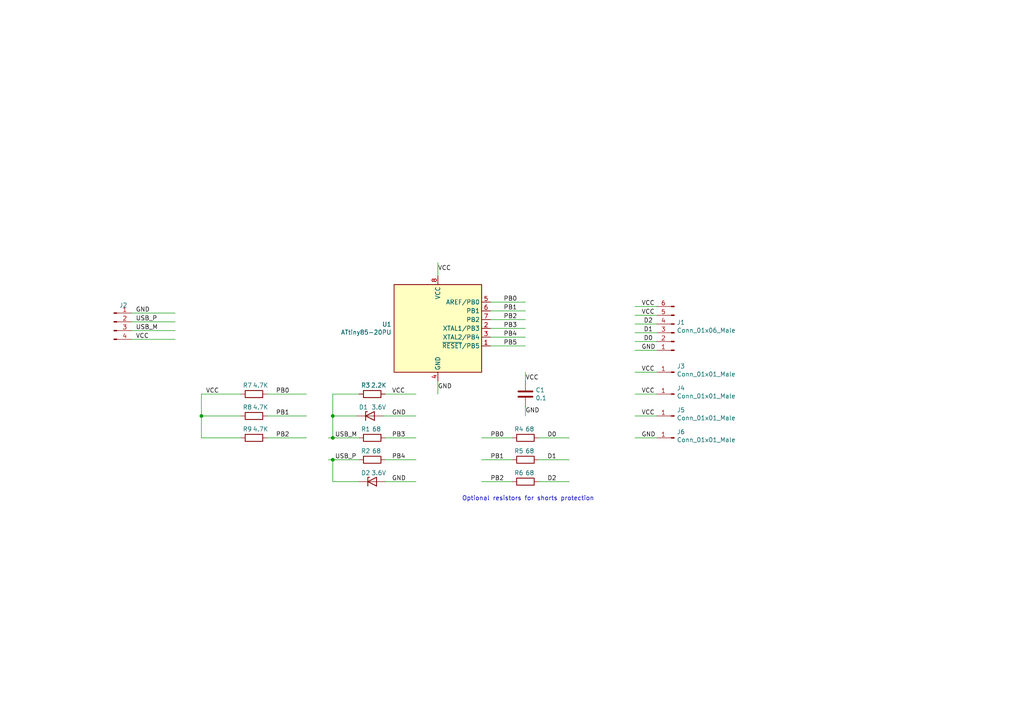
<source format=kicad_sch>
(kicad_sch (version 20211123) (generator eeschema)
  (paper "A4")
  (title_block (title "USB-to-PS2 adapter (Digispark-compatible)"))
  (lib_symbols
    (symbol "Connector:Conn_01x01_Male" (pin_names (offset 1.016) hide)
      (property "Reference" "J" (at 0 2.54 0))
      (property "Value" "Conn_01x01_Male" (at 0 -2.54 0))
      (symbol "Conn_01x01_Male_1_1"
        (polyline (pts (xy 1.27 0) (xy 0.8636 0)) (stroke (width 0.1524)))
        (rectangle (start 0.8636 0.127) (end 0 -0.127) (stroke (width 0.1524)) (fill (type outline)))
        (pin passive line (at 5.08 0 180) (length 3.81) (name "Pin_1") (number "1"))
      )
    )
    (symbol "Connector:Conn_01x04_Male" (pin_names (offset 1.016) hide)
      (property "Reference" "J" (at 0 5.08 0))
      (property "Value" "Conn_01x04_Male" (at 0 -7.62 0))
      (symbol "Conn_01x04_Male_1_1"
        (polyline (pts (xy 1.27 -5.08) (xy 0.8636 -5.08)) (stroke (width 0.1524)))
        (polyline (pts (xy 1.27 -2.54) (xy 0.8636 -2.54)) (stroke (width 0.1524)))
        (polyline (pts (xy 1.27 0) (xy 0.8636 0)) (stroke (width 0.1524)))
        (polyline (pts (xy 1.27 2.54) (xy 0.8636 2.54)) (stroke (width 0.1524)))
        (rectangle (start 0.8636 -4.953) (end 0 -5.207) (stroke (width 0.1524)) (fill (type outline)))
        (rectangle (start 0.8636 -2.413) (end 0 -2.667) (stroke (width 0.1524)) (fill (type outline)))
        (rectangle (start 0.8636 0.127) (end 0 -0.127) (stroke (width 0.1524)) (fill (type outline)))
        (rectangle (start 0.8636 2.667) (end 0 2.413) (stroke (width 0.1524)) (fill (type outline)))
        (pin passive line (at 5.08 2.54 180) (length 3.81) (name "Pin_1") (number "1"))
        (pin passive line (at 5.08 0 180) (length 3.81) (name "Pin_2") (number "2"))
        (pin passive line (at 5.08 -2.54 180) (length 3.81) (name "Pin_3") (number "3"))
        (pin passive line (at 5.08 -5.08 180) (length 3.81) (name "Pin_4") (number "4"))
      )
    )
    (symbol "Connector:Conn_01x06_Male" (pin_names (offset 1.016) hide)
      (property "Reference" "J" (at 0 7.62 0))
      (property "Value" "Conn_01x06_Male" (at 0 -10.16 0))
      (symbol "Conn_01x06_Male_1_1"
        (polyline (pts (xy 1.27 -7.62) (xy 0.8636 -7.62)) (stroke (width 0.1524)))
        (polyline (pts (xy 1.27 -5.08) (xy 0.8636 -5.08)) (stroke (width 0.1524)))
        (polyline (pts (xy 1.27 -2.54) (xy 0.8636 -2.54)) (stroke (width 0.1524)))
        (polyline (pts (xy 1.27 0) (xy 0.8636 0)) (stroke (width 0.1524)))
        (polyline (pts (xy 1.27 2.54) (xy 0.8636 2.54)) (stroke (width 0.1524)))
        (polyline (pts (xy 1.27 5.08) (xy 0.8636 5.08)) (stroke (width 0.1524)))
        (rectangle (start 0.8636 -7.493) (end 0 -7.747) (stroke (width 0.1524)) (fill (type outline)))
        (rectangle (start 0.8636 -4.953) (end 0 -5.207) (stroke (width 0.1524)) (fill (type outline)))
        (rectangle (start 0.8636 -2.413) (end 0 -2.667) (stroke (width 0.1524)) (fill (type outline)))
        (rectangle (start 0.8636 0.127) (end 0 -0.127) (stroke (width 0.1524)) (fill (type outline)))
        (rectangle (start 0.8636 2.667) (end 0 2.413) (stroke (width 0.1524)) (fill (type outline)))
        (rectangle (start 0.8636 5.207) (end 0 4.953) (stroke (width 0.1524)) (fill (type outline)))
        (pin passive line (at 5.08 5.08 180) (length 3.81) (name "Pin_1") (number "1"))
        (pin passive line (at 5.08 2.54 180) (length 3.81) (name "Pin_2") (number "2"))
        (pin passive line (at 5.08 0 180) (length 3.81) (name "Pin_3") (number "3"))
        (pin passive line (at 5.08 -2.54 180) (length 3.81) (name "Pin_4") (number "4"))
        (pin passive line (at 5.08 -5.08 180) (length 3.81) (name "Pin_5") (number "5"))
        (pin passive line (at 5.08 -7.62 180) (length 3.81) (name "Pin_6") (number "6"))
      )
    )
    (symbol "Device:C" (pin_numbers hide) (pin_names (offset 0.254))
      (property "Reference" "C" (at 0.635 2.54 0))
      (property "Value" "C" (at 0.635 -2.54 0))
      (symbol "C_0_1"
        (polyline (pts (xy -2.032 -0.762) (xy 2.032 -0.762)) (stroke (width 0.508)))
        (polyline (pts (xy -2.032 0.762) (xy 2.032 0.762)) (stroke (width 0.508)))
      )
      (symbol "C_1_1"
        (pin passive line (at 0 3.81 270) (length 2.794) (name "~") (number "1"))
        (pin passive line (at 0 -3.81 90) (length 2.794) (name "~") (number "2"))
      )
    )
    (symbol "Device:D_Zener" (pin_numbers hide) (pin_names (offset 1.016) hide)
      (property "Reference" "D" (at 0 2.54 0))
      (property "Value" "D_Zener" (at 0 -2.54 0))
      (symbol "D_Zener_0_1"
        (polyline (pts (xy 1.27 0) (xy -1.27 0)))
        (polyline (pts (xy -1.27 -1.27) (xy -1.27 1.27) (xy -0.762 1.27)) (stroke (width 0.254)))
        (polyline (pts (xy 1.27 -1.27) (xy 1.27 1.27) (xy -1.27 0) (xy 1.27 -1.27)) (stroke (width 0.254)))
      )
      (symbol "D_Zener_1_1"
        (pin passive line (at -3.81 0 0) (length 2.54) (name "K") (number "1"))
        (pin passive line (at 3.81 0 180) (length 2.54) (name "A") (number "2"))
      )
    )
    (symbol "Device:R" (pin_numbers hide) (pin_names (offset 0))
      (property "Reference" "R" (at 2.032 0 90))
      (property "Value" "R" (at 0 0 90))
      (symbol "R_0_1"
        (rectangle (start -1.016 -2.54) (end 1.016 2.54) (stroke (width 0.254)))
      )
      (symbol "R_1_1"
        (pin passive line (at 0 3.81 270) (length 1.27) (name "~") (number "1"))
        (pin passive line (at 0 -3.81 90) (length 1.27) (name "~") (number "2"))
      )
    )
    (symbol "usb-ps2-rescue:ATtiny85-20PU-MCU_Microchip_ATtiny"
      (property "Reference" "U" (at -12.7 13.97 0))
      (property "Value" "ATtiny85-20PU-MCU_Microchip_ATtiny" (at 2.54 -13.97 0))
      (symbol "ATtiny85-20PU-MCU_Microchip_ATtiny_0_1"
        (rectangle (start -12.7 -12.7) (end 12.7 12.7) (stroke (width 0.254)) (fill (type background)))
      )
      (symbol "ATtiny85-20PU-MCU_Microchip_ATtiny_1_1"
        (pin bidirectional line (at 15.24 -5.08 180) (length 2.54) (name "~{RESET}/PB5") (number "1"))
        (pin bidirectional line (at 15.24 0 180) (length 2.54) (name "XTAL1/PB3") (number "2"))
        (pin bidirectional line (at 15.24 -2.54 180) (length 2.54) (name "XTAL2/PB4") (number "3"))
        (pin power_in line (at 0 -15.24 90) (length 2.54) (name "GND") (number "4"))
        (pin bidirectional line (at 15.24 7.62 180) (length 2.54) (name "AREF/PB0") (number "5"))
        (pin bidirectional line (at 15.24 5.08 180) (length 2.54) (name "PB1") (number "6"))
        (pin bidirectional line (at 15.24 2.54 180) (length 2.54) (name "PB2") (number "7"))
        (pin power_in line (at 0 15.24 270) (length 2.54) (name "VCC") (number "8"))
      )
    )
  )
  (junction (at 58.42 120.65))
  (junction (at 96.52 127))
  (junction (at 96.52 133.35))
  (junction (at 96.52 120.65))
  (wire (pts (xy 156.21 133.35) (xy 165.1 133.35)))
  (wire (pts (xy 96.52 139.7) (xy 96.52 133.35)))
  (wire (pts (xy 190.5 88.9) (xy 184.15 88.9)))
  (wire (pts (xy 104.14 114.3) (xy 96.52 114.3)))
  (wire (pts (xy 190.5 120.65) (xy 184.15 120.65)))
  (wire (pts (xy 190.5 93.98) (xy 184.15 93.98)))
  (wire (pts (xy 104.14 139.7) (xy 96.52 139.7)))
  (wire (pts (xy 142.24 87.63) (xy 152.4 87.63)))
  (wire (pts (xy 142.24 95.25) (xy 152.4 95.25)))
  (wire (pts (xy 127 80.01) (xy 127 76.2)))
  (wire (pts (xy 111.76 114.3) (xy 120.65 114.3)))
  (wire (pts (xy 111.76 133.35) (xy 120.65 133.35)))
  (wire (pts (xy 148.59 139.7) (xy 139.7 139.7)))
  (wire (pts (xy 58.42 127) (xy 58.42 120.65)))
  (wire (pts (xy 38.1 98.425) (xy 50.8 98.425)))
  (wire (pts (xy 38.1 90.805) (xy 50.8 90.805)))
  (wire (pts (xy 142.24 97.79) (xy 152.4 97.79)))
  (wire (pts (xy 156.21 139.7) (xy 165.1 139.7)))
  (wire (pts (xy 148.59 127) (xy 139.7 127)))
  (wire (pts (xy 38.1 93.345) (xy 50.8 93.345)))
  (wire (pts (xy 142.24 100.33) (xy 152.4 100.33)))
  (wire (pts (xy 58.42 120.65) (xy 69.85 120.65)))
  (wire (pts (xy 69.85 127) (xy 58.42 127)))
  (wire (pts (xy 190.5 96.52) (xy 184.15 96.52)))
  (wire (pts (xy 190.5 127) (xy 184.15 127)))
  (wire (pts (xy 142.24 90.17) (xy 152.4 90.17)))
  (wire (pts (xy 142.24 92.71) (xy 152.4 92.71)))
  (wire (pts (xy 77.47 127) (xy 88.9 127)))
  (wire (pts (xy 148.59 133.35) (xy 139.7 133.35)))
  (wire (pts (xy 96.52 114.3) (xy 96.52 120.65)))
  (wire (pts (xy 38.1 95.885) (xy 50.8 95.885)))
  (wire (pts (xy 104.14 133.35) (xy 96.52 133.35)))
  (wire (pts (xy 190.5 101.6) (xy 184.15 101.6)))
  (wire (pts (xy 111.76 139.7) (xy 120.65 139.7)))
  (wire (pts (xy 111.125 120.65) (xy 120.65 120.65)))
  (wire (pts (xy 190.5 99.06) (xy 184.15 99.06)))
  (wire (pts (xy 190.5 107.95) (xy 184.15 107.95)))
  (wire (pts (xy 127 110.49) (xy 127 114.3)))
  (wire (pts (xy 77.47 114.3) (xy 88.9 114.3)))
  (wire (pts (xy 96.52 127) (xy 95.25 127)))
  (wire (pts (xy 58.42 120.65) (xy 58.42 114.3)))
  (wire (pts (xy 103.505 120.65) (xy 96.52 120.65)))
  (wire (pts (xy 58.42 114.3) (xy 69.85 114.3)))
  (wire (pts (xy 104.14 127) (xy 96.52 127)))
  (wire (pts (xy 77.47 120.65) (xy 88.9 120.65)))
  (wire (pts (xy 156.21 127) (xy 165.1 127)))
  (wire (pts (xy 190.5 114.3) (xy 184.15 114.3)))
  (wire (pts (xy 111.76 127) (xy 120.65 127)))
  (wire (pts (xy 190.5 91.44) (xy 184.15 91.44)))
  (wire (pts (xy 96.52 120.65) (xy 96.52 127)))
  (wire (pts (xy 152.4 110.49) (xy 152.4 107.95)))
  (wire (pts (xy 152.4 118.11) (xy 152.4 120.65)))
  (wire (pts (xy 96.52 133.35) (xy 95.25 133.35)))
  (text "Optional resistors for shorts protection" (at 133.985 145.415 0) (effects (font (size 1.27 1.27)) (justify left bottom)))
  (label "GND" (at 39.37 90.805 0))
  (label "D0" (at 186.69 99.06 0))
  (label "PB4" (at 113.665 133.35 0))
  (label "GND" (at 113.665 120.65 0))
  (label "GND" (at 127 113.03 0))
  (label "VCC" (at 113.665 114.3 0))
  (label "PB3" (at 146.05 95.25 0))
  (label "PB5" (at 146.05 100.33 0))
  (label "D2" (at 186.69 93.98 0))
  (label "USB_M" (at 39.37 95.885 0))
  (label "GND" (at 113.665 139.7 0))
  (label "USB_P" (at 97.155 133.35 0))
  (label "D2" (at 158.75 139.7 0))
  (label "VCC" (at 186.055 114.3 0))
  (label "VCC" (at 186.055 88.9 0))
  (label "PB1" (at 146.05 90.17 0))
  (label "GND" (at 186.055 127 0))
  (label "VCC" (at 186.055 107.95 0))
  (label "GND" (at 152.4 120.015 0))
  (label "PB2" (at 146.05 92.71 0))
  (label "PB1" (at 142.24 133.35 0))
  (label "PB0" (at 142.24 127 0))
  (label "D1" (at 158.75 133.35 0))
  (label "D0" (at 158.75 127 0))
  (label "GND" (at 186.055 101.6 0))
  (label "PB0" (at 80.01 114.3 0))
  (label "USB_P" (at 39.37 93.345 0))
  (label "VCC" (at 152.4 110.49 0))
  (label "VCC" (at 59.69 114.3 0))
  (label "VCC" (at 186.055 120.65 0))
  (label "VCC" (at 39.37 98.425 0))
  (label "PB0" (at 146.05 87.63 0))
  (label "VCC" (at 186.055 91.44 0))
  (label "PB1" (at 80.01 120.65 0))
  (label "VCC" (at 127 78.74 0))
  (label "PB3" (at 113.665 127 0))
  (label "PB2" (at 80.01 127 0))
  (label "D1" (at 186.69 96.52 0))
  (label "USB_M" (at 97.155 127 0))
  (label "PB2" (at 142.24 139.7 0))
  (label "PB4" (at 146.05 97.79 0))
  (symbol (lib_id "usb-ps2-rescue:ATtiny85-20PU-MCU_Microchip_ATtiny") (at 127 95.25 0) (unit 1)
    (property "Reference" "U1" (at 113.5634 94.0816 0) (effects (justify right)))
    (property "Value" "ATtiny85-20PU" (at 113.5634 96.393 0) (effects (justify right)))
    (property "Footprint" "Package_DIP:DIP-8_W7.62mm" (effects hide))
    (property "Datasheet" "http://ww1.microchip.com/downloads/en/DeviceDoc/atmel-2586-avr-8-bit-microcontroller-attiny25-attiny45-attiny85_datasheet.pdf" (effects hide))
  )
  (symbol (lib_id "Device:R") (at 107.95 127 270) (unit 1)
    (property "Reference" "R1" (at 106.045 124.46 90))
    (property "Value" "68" (at 109.22 124.46 90))
    (property "Footprint" "Resistor_THT:R_Axial_DIN0204_L3.6mm_D1.6mm_P7.62mm_Horizontal" (effects hide))
  )
  (symbol (lib_id "Device:R") (at 107.95 133.35 270) (unit 1)
    (property "Reference" "R2" (at 106.045 130.81 90))
    (property "Value" "68" (at 109.22 130.81 90))
    (property "Footprint" "Resistor_THT:R_Axial_DIN0204_L3.6mm_D1.6mm_P7.62mm_Horizontal" (effects hide))
  )
  (symbol (lib_id "Device:D_Zener") (at 107.315 120.65 0) (unit 1)
    (property "Reference" "D1" (at 105.41 118.11 0))
    (property "Value" "3.6V" (at 109.855 118.11 0))
    (property "Footprint" "Diode_THT:D_DO-34_SOD68_P7.62mm_Horizontal" (effects hide))
  )
  (symbol (lib_id "Device:D_Zener") (at 107.95 139.7 0) (unit 1)
    (property "Reference" "D2" (at 106.045 137.16 0))
    (property "Value" "3.6V" (at 109.855 137.16 0))
    (property "Footprint" "Diode_THT:D_DO-34_SOD68_P7.62mm_Horizontal" (effects hide))
  )
  (symbol (lib_id "Device:R") (at 107.95 114.3 270) (unit 1)
    (property "Reference" "R3" (at 106.045 111.76 90))
    (property "Value" "2.2K" (at 109.855 111.76 90))
    (property "Footprint" "Resistor_SMD:R_0805_2012Metric_Pad1.20x1.40mm_HandSolder" (effects hide))
  )
  (symbol (lib_id "Connector:Conn_01x04_Male") (at 33.02 93.345 0) (unit 1)
    (property "Reference" "J2" (at 35.7632 88.5444 0))
    (property "Value" "Conn_01x04_Male" (effects hide))
    (property "Footprint" "Connector_PinHeader_2.54mm:PinHeader_1x04_P2.54mm_Vertical" (effects hide))
  )
  (symbol (lib_id "Device:R") (at 152.4 127 270) (unit 1)
    (property "Reference" "R4" (at 150.495 124.46 90))
    (property "Value" "68" (at 153.67 124.46 90))
    (property "Footprint" "Resistor_THT:R_Axial_DIN0204_L3.6mm_D1.6mm_P7.62mm_Horizontal" (effects hide))
  )
  (symbol (lib_id "Device:R") (at 152.4 133.35 270) (unit 1)
    (property "Reference" "R5" (at 150.495 130.81 90))
    (property "Value" "68" (at 153.67 130.81 90))
    (property "Footprint" "Resistor_THT:R_Axial_DIN0204_L3.6mm_D1.6mm_P7.62mm_Horizontal" (effects hide))
  )
  (symbol (lib_id "Device:R") (at 152.4 139.7 270) (unit 1)
    (property "Reference" "R6" (at 150.495 137.16 90))
    (property "Value" "68" (at 153.67 137.16 90))
    (property "Footprint" "Resistor_THT:R_Axial_DIN0204_L3.6mm_D1.6mm_P7.62mm_Horizontal" (effects hide))
  )
  (symbol (lib_id "Connector:Conn_01x06_Male") (at 195.58 96.52 180) (unit 1)
    (property "Reference" "J1" (at 196.2912 93.5228 0) (effects (justify right)))
    (property "Value" "Conn_01x06_Male" (at 196.2912 95.8342 0) (effects (justify right)))
    (property "Footprint" "Connector_PinHeader_2.54mm:PinHeader_1x06_P2.54mm_Vertical" (effects hide))
  )
  (symbol (lib_id "Connector:Conn_01x01_Male") (at 195.58 107.95 180) (unit 1)
    (property "Reference" "J3" (at 196.2912 106.2228 0) (effects (justify right)))
    (property "Value" "Conn_01x01_Male" (at 196.2912 108.5342 0) (effects (justify right)))
    (property "Footprint" "Connector_PinHeader_2.54mm:PinHeader_1x01_P2.54mm_Vertical" (effects hide))
  )
  (symbol (lib_id "Connector:Conn_01x01_Male") (at 195.58 114.3 180) (unit 1)
    (property "Reference" "J4" (at 196.2912 112.5728 0) (effects (justify right)))
    (property "Value" "Conn_01x01_Male" (at 196.2912 114.8842 0) (effects (justify right)))
    (property "Footprint" "Connector_PinHeader_2.54mm:PinHeader_1x01_P2.54mm_Vertical" (effects hide))
  )
  (symbol (lib_id "Connector:Conn_01x01_Male") (at 195.58 120.65 180) (unit 1)
    (property "Reference" "J5" (at 196.2912 118.9228 0) (effects (justify right)))
    (property "Value" "Conn_01x01_Male" (at 196.2912 121.2342 0) (effects (justify right)))
    (property "Footprint" "Connector_PinHeader_2.54mm:PinHeader_1x01_P2.54mm_Vertical" (effects hide))
  )
  (symbol (lib_id "Connector:Conn_01x01_Male") (at 195.58 127 180) (unit 1)
    (property "Reference" "J6" (at 196.2912 125.2728 0) (effects (justify right)))
    (property "Value" "Conn_01x01_Male" (at 196.2912 127.5842 0) (effects (justify right)))
    (property "Footprint" "Connector_PinHeader_2.54mm:PinHeader_1x01_P2.54mm_Vertical" (effects hide))
  )
  (symbol (lib_id "Device:C") (at 152.4 114.3 0) (unit 1)
    (property "Reference" "C1" (at 155.321 113.1316 0) (effects (justify left)))
    (property "Value" "0.1" (at 155.321 115.443 0) (effects (justify left)))
    (property "Footprint" "Capacitor_SMD:C_0805_2012Metric_Pad1.18x1.45mm_HandSolder" (effects hide))
  )
  (symbol (lib_id "Device:R") (at 73.66 114.3 270) (unit 1)
    (property "Reference" "R7" (at 71.755 111.76 90))
    (property "Value" "4.7K" (at 75.565 111.76 90))
    (property "Footprint" "Resistor_SMD:R_0805_2012Metric_Pad1.20x1.40mm_HandSolder" (effects hide))
  )
  (symbol (lib_id "Device:R") (at 73.66 127 270) (unit 1)
    (property "Reference" "R9" (at 71.755 124.46 90))
    (property "Value" "4.7K" (at 75.565 124.46 90))
    (property "Footprint" "Resistor_SMD:R_0805_2012Metric_Pad1.20x1.40mm_HandSolder" (effects hide))
  )
  (symbol (lib_id "Device:R") (at 73.66 120.65 270) (unit 1)
    (property "Reference" "R8" (at 71.755 118.11 90))
    (property "Value" "4.7K" (at 75.565 118.11 90))
    (property "Footprint" "Resistor_SMD:R_0805_2012Metric_Pad1.20x1.40mm_HandSolder" (effects hide))
  )
)
</source>
